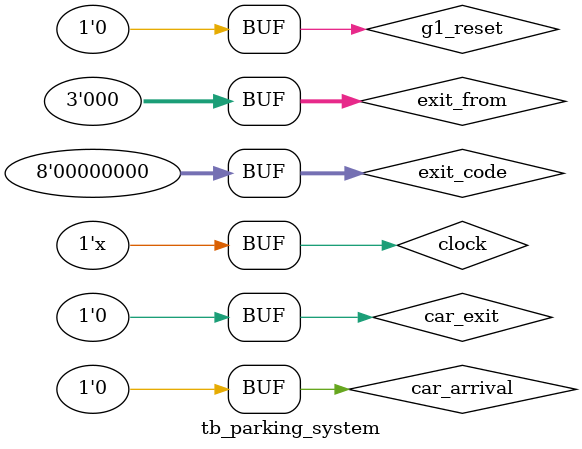
<source format=v>
`include "parking_system.v"


module tb_parking_system;
reg clock, g1_reset;
reg car_arrival, car_exit;
reg [2:0]exit_from;
reg [7:0]exit_code;

wire [2:0] available_slots;
wire can_park;
wire [7:1]register;
wire [7:0]l0,l1,l2,l3,l4,l5,l6,l7;

parking_system  test( clock,register, g1_reset, car_exit, exit_from, exit_code, car_arrival,available_slots,can_park, l0,l1,l2,l3,l4,l5,l6,l7
);

localparam CLK_PERIOD = 10;
always #(CLK_PERIOD/2) clock=~clock;

initial begin
    $dumpfile("tb_parking_system.vcd");
    $dumpvars(0, tb_parking_system);
end

initial begin
  g1_reset=0;
  car_arrival=0;
  car_exit=0;
  exit_from=0;
  exit_code=0;
end
initial begin
    #10 car_arrival=1;
    #10 car_arrival=0;
    #10 car_exit=1; exit_from=3'b111; exit_code=54;
    #10 car_exit=0;  exit_from=3'b000; exit_code=0;
    #10 car_arrival=1; #10 car_arrival=0;
    #30 car_arrival=1; #10 car_arrival=0;
    #10 car_exit=1; exit_from=3'b110; exit_code=53;  #10 car_exit=0; exit_from=3'b000; exit_code=0;

end

endmodule

</source>
